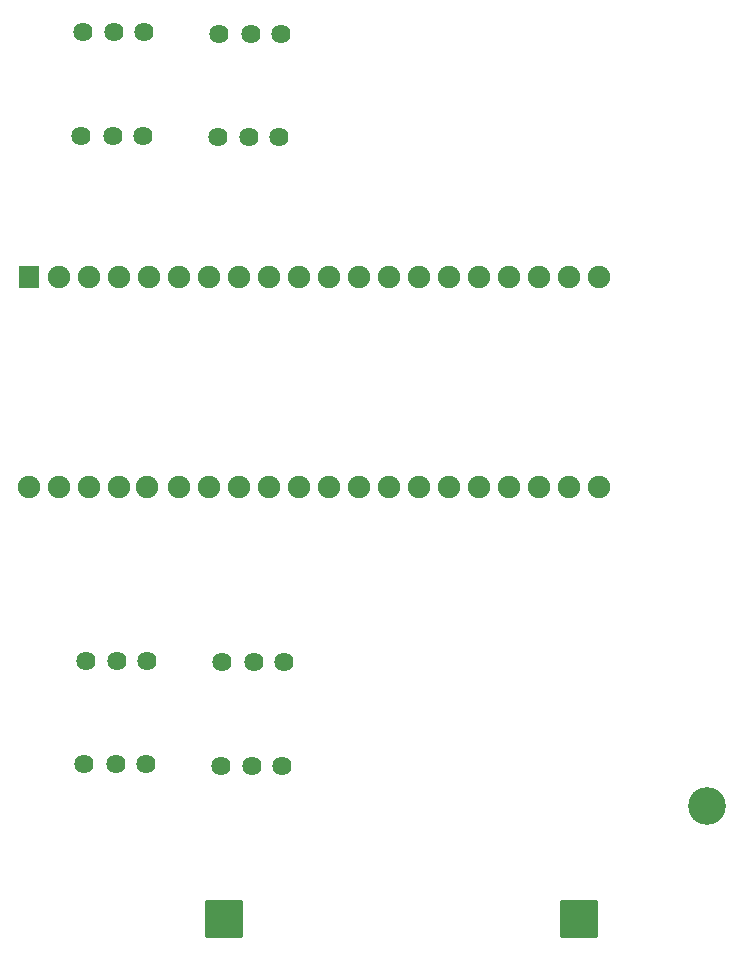
<source format=gbs>
G04 Layer: BottomSolderMaskLayer*
G04 EasyEDA v6.5.22, 2023-01-23 21:57:17*
G04 de8440b1728b4b1fa777d768a3c70a3b,04e00c2877c74564a5b2718db8136e36,10*
G04 Gerber Generator version 0.2*
G04 Scale: 100 percent, Rotated: No, Reflected: No *
G04 Dimensions in millimeters *
G04 leading zeros omitted , absolute positions ,4 integer and 5 decimal *
%FSLAX45Y45*%
%MOMM*%

%AMMACRO1*1,1,$1,$2,$3*1,1,$1,$4,$5*1,1,$1,0-$2,0-$3*1,1,$1,0-$4,0-$5*20,1,$1,$2,$3,$4,$5,0*20,1,$1,$4,$5,0-$2,0-$3,0*20,1,$1,0-$2,0-$3,0-$4,0-$5,0*20,1,$1,0-$4,0-$5,$2,$3,0*4,1,4,$2,$3,$4,$5,0-$2,0-$3,0-$4,0-$5,$2,$3,0*%
%ADD10C,1.6256*%
%ADD11C,1.9016*%
%ADD12MACRO1,0.1016X-0.7874X0.9X0.7874X0.9*%
%ADD13MACRO1,0.2032X-1.5X1.5X1.5X1.5*%
%ADD14C,3.2032*%

%LPD*%
D10*
G01*
X1346200Y2476500D03*
G01*
X1092200Y2476500D03*
G01*
X825500Y2476500D03*
D11*
G01*
X5170347Y5726429D03*
G01*
X4916347Y5726429D03*
G01*
X4662347Y5726429D03*
G01*
X4408347Y5726429D03*
G01*
X4154347Y5726429D03*
G01*
X3900347Y5726429D03*
G01*
X3646347Y5726429D03*
G01*
X3392347Y5726429D03*
G01*
X3138347Y5726429D03*
G01*
X2884347Y5726429D03*
G01*
X2630347Y5726429D03*
G01*
X2376347Y5726429D03*
G01*
X2122347Y5726429D03*
G01*
X1868347Y5726429D03*
G01*
X1614347Y5726429D03*
G01*
X1360347Y5726429D03*
G01*
X1106347Y5726429D03*
G01*
X852347Y5726429D03*
G01*
X598347Y5726429D03*
D12*
G01*
X344357Y5726437D03*
D11*
G01*
X5170347Y3948429D03*
G01*
X4916347Y3948429D03*
G01*
X4662347Y3948429D03*
G01*
X4408347Y3948429D03*
G01*
X4154347Y3948429D03*
G01*
X3900347Y3948429D03*
G01*
X3646347Y3948429D03*
G01*
X3392347Y3948429D03*
G01*
X3138347Y3948429D03*
G01*
X2884347Y3948429D03*
G01*
X2630347Y3948429D03*
G01*
X2376347Y3948429D03*
G01*
X2122347Y3948429D03*
G01*
X1868347Y3948429D03*
G01*
X1614347Y3948429D03*
G01*
X1340027Y3948429D03*
G01*
X1106347Y3948429D03*
G01*
X852347Y3948429D03*
G01*
X598347Y3948429D03*
G01*
X344347Y3948429D03*
D13*
G01*
X1999995Y289999D03*
G01*
X4999989Y289999D03*
D10*
G01*
X812800Y1600200D03*
G01*
X1079500Y1600200D03*
G01*
X1333500Y1600200D03*
G01*
X2489200Y1587500D03*
G01*
X2235200Y1587500D03*
G01*
X1968500Y1587500D03*
G01*
X1981200Y2463800D03*
G01*
X2247900Y2463800D03*
G01*
X2501900Y2463800D03*
G01*
X2476500Y7785100D03*
G01*
X2222500Y7785100D03*
G01*
X1955800Y7785100D03*
G01*
X1943100Y6908800D03*
G01*
X2209800Y6908800D03*
G01*
X2463800Y6908800D03*
G01*
X1308100Y6921500D03*
G01*
X1054100Y6921500D03*
G01*
X787400Y6921500D03*
G01*
X800100Y7797800D03*
G01*
X1066800Y7797800D03*
G01*
X1320800Y7797800D03*
D14*
G01*
X6083300Y1244600D03*
M02*

</source>
